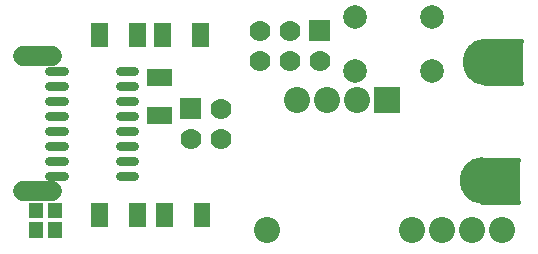
<source format=gbs>
G04 Layer: BottomSolderMaskLayer*
G04 EasyEDA v6.3.53, 2020-06-17T01:54:55+02:00*
G04 e9d571a3f1504c91a96fab9e56f28b91,9eabfb72a9474bef872f988307f0334b,10*
G04 Gerber Generator version 0.2*
G04 Scale: 100 percent, Rotated: No, Reflected: No *
G04 Dimensions in millimeters *
G04 leading zeros omitted , absolute positions ,3 integer and 3 decimal *
%FSLAX33Y33*%
%MOMM*%
G90*
G71D02*

%ADD12C,0.381000*%
%ADD36C,1.703197*%
%ADD41C,2.203196*%
%ADD43C,1.778000*%
%ADD47C,2.003196*%
%ADD49C,1.727200*%
%ADD50C,0.803199*%

%LPD*%
G54D12*
G01X44168Y79475D02*
G01X41059Y79475D01*
G01X41059Y83031D02*
G01X44168Y83031D01*
G01X43914Y69442D02*
G01X40805Y69442D01*
G01X40805Y72998D02*
G01X43914Y72998D01*
G54D36*
G01X4460Y81746D02*
G01X1960Y81746D01*
G01X4460Y70346D02*
G01X1960Y70346D01*
G54D50*
G01X10156Y80491D02*
G01X11356Y80491D01*
G01X10156Y79221D02*
G01X11356Y79221D01*
G01X10156Y77951D02*
G01X11356Y77951D01*
G01X10156Y76681D02*
G01X11356Y76681D01*
G01X10156Y75411D02*
G01X11356Y75411D01*
G01X10156Y74141D02*
G01X11356Y74141D01*
G01X10156Y72871D02*
G01X11356Y72871D01*
G01X10156Y71601D02*
G01X11356Y71601D01*
G01X4213Y80491D02*
G01X5413Y80491D01*
G01X4213Y79221D02*
G01X5413Y79221D01*
G01X4213Y77951D02*
G01X5413Y77951D01*
G01X4213Y76681D02*
G01X5413Y76681D01*
G01X4213Y75411D02*
G01X5413Y75411D01*
G01X4213Y74141D02*
G01X5413Y74141D01*
G01X4213Y72871D02*
G01X5413Y72871D01*
G01X4213Y71601D02*
G01X5413Y71601D01*
G54D41*
G01X42509Y67029D03*
G01X39969Y67029D03*
G01X37429Y67029D03*
G01X34889Y67029D03*
G01X22589Y67029D03*
G01X25184Y78078D03*
G01X27724Y78078D03*
G01X30264Y78078D03*
G36*
G01X31701Y76976D02*
G01X31701Y79181D01*
G01X33906Y79181D01*
G01X33906Y76976D01*
G01X31701Y76976D01*
G37*
G54D43*
G01X22009Y81380D03*
G01X22009Y83920D03*
G01X24549Y81380D03*
G01X24549Y83920D03*
G01X27089Y81380D03*
G36*
G01X26200Y83031D02*
G01X26200Y84809D01*
G01X27978Y84809D01*
G01X27978Y83031D01*
G01X26200Y83031D01*
G37*
G54D47*
G01X36562Y80528D03*
G01X30062Y80528D03*
G01X36562Y85027D03*
G01X30062Y85027D03*
G54D49*
G01X40932Y81253D03*
G01X40551Y71220D03*
G36*
G01X16304Y82488D02*
G01X16304Y84591D01*
G01X17706Y84591D01*
G01X17706Y82488D01*
G01X16304Y82488D01*
G37*
G36*
G01X13103Y82488D02*
G01X13103Y84591D01*
G01X14505Y84591D01*
G01X14505Y82488D01*
G01X13103Y82488D01*
G37*
G36*
G01X7769Y82488D02*
G01X7769Y84591D01*
G01X9171Y84591D01*
G01X9171Y82488D01*
G01X7769Y82488D01*
G37*
G36*
G01X10970Y82488D02*
G01X10970Y84591D01*
G01X12372Y84591D01*
G01X12372Y82488D01*
G01X10970Y82488D01*
G37*
G36*
G01X7769Y67248D02*
G01X7769Y69351D01*
G01X9171Y69351D01*
G01X9171Y67248D01*
G01X7769Y67248D01*
G37*
G36*
G01X10970Y67248D02*
G01X10970Y69351D01*
G01X12372Y69351D01*
G01X12372Y67248D01*
G01X10970Y67248D01*
G37*
G36*
G01X13230Y67248D02*
G01X13230Y69351D01*
G01X14632Y69351D01*
G01X14632Y67248D01*
G01X13230Y67248D01*
G37*
G36*
G01X16431Y67248D02*
G01X16431Y69351D01*
G01X17833Y69351D01*
G01X17833Y67248D01*
G01X16431Y67248D01*
G37*
G36*
G01X4046Y68028D02*
G01X4046Y69333D01*
G01X5250Y69333D01*
G01X5250Y68028D01*
G01X4046Y68028D01*
G37*
G36*
G01X2446Y68028D02*
G01X2446Y69333D01*
G01X3649Y69333D01*
G01X3649Y68028D01*
G01X2446Y68028D01*
G37*
G36*
G01X4046Y66377D02*
G01X4046Y67682D01*
G01X5250Y67682D01*
G01X5250Y66377D01*
G01X4046Y66377D01*
G37*
G36*
G01X2446Y66377D02*
G01X2446Y67682D01*
G01X3649Y67682D01*
G01X3649Y66377D01*
G01X2446Y66377D01*
G37*
G36*
G01X15278Y76427D02*
G01X15278Y78205D01*
G01X17056Y78205D01*
G01X17056Y76427D01*
G01X15278Y76427D01*
G37*
G54D43*
G01X18707Y77316D03*
G01X16167Y74776D03*
G01X18707Y74776D03*
G36*
G01X12448Y76031D02*
G01X12448Y77433D01*
G01X14551Y77433D01*
G01X14551Y76031D01*
G01X12448Y76031D01*
G37*
G36*
G01X12448Y79232D02*
G01X12448Y80634D01*
G01X14551Y80634D01*
G01X14551Y79232D01*
G01X12448Y79232D01*
G37*
G54D12*
G75*
G01X41059Y83032D02*
G03X41059Y79476I127J-1778D01*
G01*
G75*
G01X40805Y72999D02*
G03X40805Y69443I127J-1778D01*
G01*

%LPD*%
G36*
G01X44041Y72998D02*
G01X40231Y72998D01*
G01X39596Y72363D01*
G01X39596Y72236D01*
G01X39342Y71982D01*
G01X39342Y71728D01*
G01X39215Y71601D01*
G01X39215Y70458D01*
G01X39977Y69696D01*
G01X40104Y69696D01*
G01X40231Y69569D01*
G01X40358Y69569D01*
G01X40485Y69442D01*
G01X40739Y69442D01*
G01X40866Y69315D01*
G01X42771Y69315D01*
G01X42898Y69442D01*
G01X44041Y69442D01*
G01X44041Y72998D01*
G37*

%LPD*%
G36*
G01X44295Y83031D02*
G01X40485Y83031D01*
G01X39850Y82396D01*
G01X39850Y82269D01*
G01X39596Y82015D01*
G01X39596Y81761D01*
G01X39469Y81634D01*
G01X39469Y80491D01*
G01X40231Y79729D01*
G01X40358Y79729D01*
G01X40485Y79602D01*
G01X40612Y79602D01*
G01X40739Y79475D01*
G01X40993Y79475D01*
G01X41120Y79348D01*
G01X43025Y79348D01*
G01X43152Y79475D01*
G01X44295Y79475D01*
G01X44295Y83031D01*
G37*
M00*
M02*

</source>
